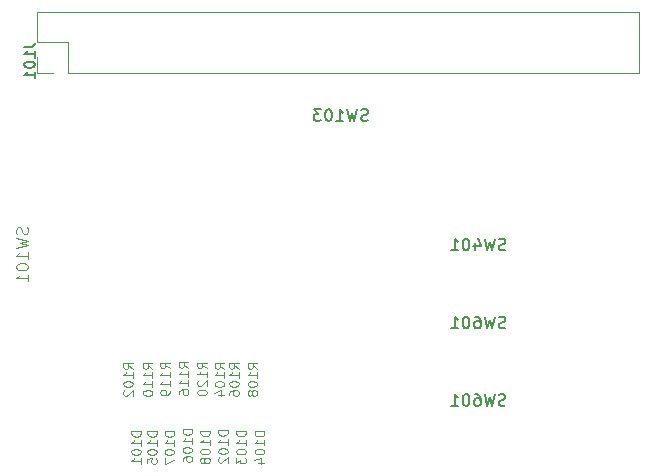
<source format=gbr>
%TF.GenerationSoftware,KiCad,Pcbnew,8.0.0-8.0.0-1~ubuntu22.04.1*%
%TF.CreationDate,2024-03-30T12:30:56+01:00*%
%TF.ProjectId,PAMI_mb,50414d49-5f6d-4622-9e6b-696361645f70,rev?*%
%TF.SameCoordinates,Original*%
%TF.FileFunction,Legend,Bot*%
%TF.FilePolarity,Positive*%
%FSLAX46Y46*%
G04 Gerber Fmt 4.6, Leading zero omitted, Abs format (unit mm)*
G04 Created by KiCad (PCBNEW 8.0.0-8.0.0-1~ubuntu22.04.1) date 2024-03-30 12:30:56*
%MOMM*%
%LPD*%
G01*
G04 APERTURE LIST*
%ADD10C,0.100000*%
%ADD11C,0.150000*%
%ADD12C,0.120000*%
G04 APERTURE END LIST*
D10*
X151195392Y-82897732D02*
X150395392Y-82897732D01*
X150395392Y-82897732D02*
X150395392Y-83088208D01*
X150395392Y-83088208D02*
X150433487Y-83202494D01*
X150433487Y-83202494D02*
X150509677Y-83278684D01*
X150509677Y-83278684D02*
X150585868Y-83316779D01*
X150585868Y-83316779D02*
X150738249Y-83354875D01*
X150738249Y-83354875D02*
X150852535Y-83354875D01*
X150852535Y-83354875D02*
X151004916Y-83316779D01*
X151004916Y-83316779D02*
X151081106Y-83278684D01*
X151081106Y-83278684D02*
X151157297Y-83202494D01*
X151157297Y-83202494D02*
X151195392Y-83088208D01*
X151195392Y-83088208D02*
X151195392Y-82897732D01*
X151195392Y-84116779D02*
X151195392Y-83659636D01*
X151195392Y-83888208D02*
X150395392Y-83888208D01*
X150395392Y-83888208D02*
X150509677Y-83812017D01*
X150509677Y-83812017D02*
X150585868Y-83735827D01*
X150585868Y-83735827D02*
X150623963Y-83659636D01*
X150395392Y-84612018D02*
X150395392Y-84688208D01*
X150395392Y-84688208D02*
X150433487Y-84764399D01*
X150433487Y-84764399D02*
X150471582Y-84802494D01*
X150471582Y-84802494D02*
X150547773Y-84840589D01*
X150547773Y-84840589D02*
X150700154Y-84878684D01*
X150700154Y-84878684D02*
X150890630Y-84878684D01*
X150890630Y-84878684D02*
X151043011Y-84840589D01*
X151043011Y-84840589D02*
X151119201Y-84802494D01*
X151119201Y-84802494D02*
X151157297Y-84764399D01*
X151157297Y-84764399D02*
X151195392Y-84688208D01*
X151195392Y-84688208D02*
X151195392Y-84612018D01*
X151195392Y-84612018D02*
X151157297Y-84535827D01*
X151157297Y-84535827D02*
X151119201Y-84497732D01*
X151119201Y-84497732D02*
X151043011Y-84459637D01*
X151043011Y-84459637D02*
X150890630Y-84421541D01*
X150890630Y-84421541D02*
X150700154Y-84421541D01*
X150700154Y-84421541D02*
X150547773Y-84459637D01*
X150547773Y-84459637D02*
X150471582Y-84497732D01*
X150471582Y-84497732D02*
X150433487Y-84535827D01*
X150433487Y-84535827D02*
X150395392Y-84612018D01*
X150395392Y-85145351D02*
X150395392Y-85640589D01*
X150395392Y-85640589D02*
X150700154Y-85373923D01*
X150700154Y-85373923D02*
X150700154Y-85488208D01*
X150700154Y-85488208D02*
X150738249Y-85564399D01*
X150738249Y-85564399D02*
X150776344Y-85602494D01*
X150776344Y-85602494D02*
X150852535Y-85640589D01*
X150852535Y-85640589D02*
X151043011Y-85640589D01*
X151043011Y-85640589D02*
X151119201Y-85602494D01*
X151119201Y-85602494D02*
X151157297Y-85564399D01*
X151157297Y-85564399D02*
X151195392Y-85488208D01*
X151195392Y-85488208D02*
X151195392Y-85259637D01*
X151195392Y-85259637D02*
X151157297Y-85183446D01*
X151157297Y-85183446D02*
X151119201Y-85145351D01*
X149653703Y-82849928D02*
X148853703Y-82849928D01*
X148853703Y-82849928D02*
X148853703Y-83040404D01*
X148853703Y-83040404D02*
X148891798Y-83154690D01*
X148891798Y-83154690D02*
X148967988Y-83230880D01*
X148967988Y-83230880D02*
X149044179Y-83268975D01*
X149044179Y-83268975D02*
X149196560Y-83307071D01*
X149196560Y-83307071D02*
X149310846Y-83307071D01*
X149310846Y-83307071D02*
X149463227Y-83268975D01*
X149463227Y-83268975D02*
X149539417Y-83230880D01*
X149539417Y-83230880D02*
X149615608Y-83154690D01*
X149615608Y-83154690D02*
X149653703Y-83040404D01*
X149653703Y-83040404D02*
X149653703Y-82849928D01*
X149653703Y-84068975D02*
X149653703Y-83611832D01*
X149653703Y-83840404D02*
X148853703Y-83840404D01*
X148853703Y-83840404D02*
X148967988Y-83764213D01*
X148967988Y-83764213D02*
X149044179Y-83688023D01*
X149044179Y-83688023D02*
X149082274Y-83611832D01*
X148853703Y-84564214D02*
X148853703Y-84640404D01*
X148853703Y-84640404D02*
X148891798Y-84716595D01*
X148891798Y-84716595D02*
X148929893Y-84754690D01*
X148929893Y-84754690D02*
X149006084Y-84792785D01*
X149006084Y-84792785D02*
X149158465Y-84830880D01*
X149158465Y-84830880D02*
X149348941Y-84830880D01*
X149348941Y-84830880D02*
X149501322Y-84792785D01*
X149501322Y-84792785D02*
X149577512Y-84754690D01*
X149577512Y-84754690D02*
X149615608Y-84716595D01*
X149615608Y-84716595D02*
X149653703Y-84640404D01*
X149653703Y-84640404D02*
X149653703Y-84564214D01*
X149653703Y-84564214D02*
X149615608Y-84488023D01*
X149615608Y-84488023D02*
X149577512Y-84449928D01*
X149577512Y-84449928D02*
X149501322Y-84411833D01*
X149501322Y-84411833D02*
X149348941Y-84373737D01*
X149348941Y-84373737D02*
X149158465Y-84373737D01*
X149158465Y-84373737D02*
X149006084Y-84411833D01*
X149006084Y-84411833D02*
X148929893Y-84449928D01*
X148929893Y-84449928D02*
X148891798Y-84488023D01*
X148891798Y-84488023D02*
X148853703Y-84564214D01*
X148929893Y-85135642D02*
X148891798Y-85173738D01*
X148891798Y-85173738D02*
X148853703Y-85249928D01*
X148853703Y-85249928D02*
X148853703Y-85440404D01*
X148853703Y-85440404D02*
X148891798Y-85516595D01*
X148891798Y-85516595D02*
X148929893Y-85554690D01*
X148929893Y-85554690D02*
X149006084Y-85592785D01*
X149006084Y-85592785D02*
X149082274Y-85592785D01*
X149082274Y-85592785D02*
X149196560Y-85554690D01*
X149196560Y-85554690D02*
X149653703Y-85097547D01*
X149653703Y-85097547D02*
X149653703Y-85592785D01*
X142320535Y-82907458D02*
X141520535Y-82907458D01*
X141520535Y-82907458D02*
X141520535Y-83097934D01*
X141520535Y-83097934D02*
X141558630Y-83212220D01*
X141558630Y-83212220D02*
X141634820Y-83288410D01*
X141634820Y-83288410D02*
X141711011Y-83326505D01*
X141711011Y-83326505D02*
X141863392Y-83364601D01*
X141863392Y-83364601D02*
X141977678Y-83364601D01*
X141977678Y-83364601D02*
X142130059Y-83326505D01*
X142130059Y-83326505D02*
X142206249Y-83288410D01*
X142206249Y-83288410D02*
X142282440Y-83212220D01*
X142282440Y-83212220D02*
X142320535Y-83097934D01*
X142320535Y-83097934D02*
X142320535Y-82907458D01*
X142320535Y-84126505D02*
X142320535Y-83669362D01*
X142320535Y-83897934D02*
X141520535Y-83897934D01*
X141520535Y-83897934D02*
X141634820Y-83821743D01*
X141634820Y-83821743D02*
X141711011Y-83745553D01*
X141711011Y-83745553D02*
X141749106Y-83669362D01*
X141520535Y-84621744D02*
X141520535Y-84697934D01*
X141520535Y-84697934D02*
X141558630Y-84774125D01*
X141558630Y-84774125D02*
X141596725Y-84812220D01*
X141596725Y-84812220D02*
X141672916Y-84850315D01*
X141672916Y-84850315D02*
X141825297Y-84888410D01*
X141825297Y-84888410D02*
X142015773Y-84888410D01*
X142015773Y-84888410D02*
X142168154Y-84850315D01*
X142168154Y-84850315D02*
X142244344Y-84812220D01*
X142244344Y-84812220D02*
X142282440Y-84774125D01*
X142282440Y-84774125D02*
X142320535Y-84697934D01*
X142320535Y-84697934D02*
X142320535Y-84621744D01*
X142320535Y-84621744D02*
X142282440Y-84545553D01*
X142282440Y-84545553D02*
X142244344Y-84507458D01*
X142244344Y-84507458D02*
X142168154Y-84469363D01*
X142168154Y-84469363D02*
X142015773Y-84431267D01*
X142015773Y-84431267D02*
X141825297Y-84431267D01*
X141825297Y-84431267D02*
X141672916Y-84469363D01*
X141672916Y-84469363D02*
X141596725Y-84507458D01*
X141596725Y-84507458D02*
X141558630Y-84545553D01*
X141558630Y-84545553D02*
X141520535Y-84621744D01*
X142320535Y-85650315D02*
X142320535Y-85193172D01*
X142320535Y-85421744D02*
X141520535Y-85421744D01*
X141520535Y-85421744D02*
X141634820Y-85345553D01*
X141634820Y-85345553D02*
X141711011Y-85269363D01*
X141711011Y-85269363D02*
X141749106Y-85193172D01*
X149376603Y-77635865D02*
X148995650Y-77369198D01*
X149376603Y-77178722D02*
X148576603Y-77178722D01*
X148576603Y-77178722D02*
X148576603Y-77483484D01*
X148576603Y-77483484D02*
X148614698Y-77559674D01*
X148614698Y-77559674D02*
X148652793Y-77597769D01*
X148652793Y-77597769D02*
X148728984Y-77635865D01*
X148728984Y-77635865D02*
X148843269Y-77635865D01*
X148843269Y-77635865D02*
X148919460Y-77597769D01*
X148919460Y-77597769D02*
X148957555Y-77559674D01*
X148957555Y-77559674D02*
X148995650Y-77483484D01*
X148995650Y-77483484D02*
X148995650Y-77178722D01*
X149376603Y-78397769D02*
X149376603Y-77940626D01*
X149376603Y-78169198D02*
X148576603Y-78169198D01*
X148576603Y-78169198D02*
X148690888Y-78093007D01*
X148690888Y-78093007D02*
X148767079Y-78016817D01*
X148767079Y-78016817D02*
X148805174Y-77940626D01*
X148576603Y-78893008D02*
X148576603Y-78969198D01*
X148576603Y-78969198D02*
X148614698Y-79045389D01*
X148614698Y-79045389D02*
X148652793Y-79083484D01*
X148652793Y-79083484D02*
X148728984Y-79121579D01*
X148728984Y-79121579D02*
X148881365Y-79159674D01*
X148881365Y-79159674D02*
X149071841Y-79159674D01*
X149071841Y-79159674D02*
X149224222Y-79121579D01*
X149224222Y-79121579D02*
X149300412Y-79083484D01*
X149300412Y-79083484D02*
X149338508Y-79045389D01*
X149338508Y-79045389D02*
X149376603Y-78969198D01*
X149376603Y-78969198D02*
X149376603Y-78893008D01*
X149376603Y-78893008D02*
X149338508Y-78816817D01*
X149338508Y-78816817D02*
X149300412Y-78778722D01*
X149300412Y-78778722D02*
X149224222Y-78740627D01*
X149224222Y-78740627D02*
X149071841Y-78702531D01*
X149071841Y-78702531D02*
X148881365Y-78702531D01*
X148881365Y-78702531D02*
X148728984Y-78740627D01*
X148728984Y-78740627D02*
X148652793Y-78778722D01*
X148652793Y-78778722D02*
X148614698Y-78816817D01*
X148614698Y-78816817D02*
X148576603Y-78893008D01*
X148843269Y-79845389D02*
X149376603Y-79845389D01*
X148538508Y-79654913D02*
X149109936Y-79464436D01*
X149109936Y-79464436D02*
X149109936Y-79959675D01*
X152157873Y-77613908D02*
X151776920Y-77347241D01*
X152157873Y-77156765D02*
X151357873Y-77156765D01*
X151357873Y-77156765D02*
X151357873Y-77461527D01*
X151357873Y-77461527D02*
X151395968Y-77537717D01*
X151395968Y-77537717D02*
X151434063Y-77575812D01*
X151434063Y-77575812D02*
X151510254Y-77613908D01*
X151510254Y-77613908D02*
X151624539Y-77613908D01*
X151624539Y-77613908D02*
X151700730Y-77575812D01*
X151700730Y-77575812D02*
X151738825Y-77537717D01*
X151738825Y-77537717D02*
X151776920Y-77461527D01*
X151776920Y-77461527D02*
X151776920Y-77156765D01*
X152157873Y-78375812D02*
X152157873Y-77918669D01*
X152157873Y-78147241D02*
X151357873Y-78147241D01*
X151357873Y-78147241D02*
X151472158Y-78071050D01*
X151472158Y-78071050D02*
X151548349Y-77994860D01*
X151548349Y-77994860D02*
X151586444Y-77918669D01*
X151357873Y-78871051D02*
X151357873Y-78947241D01*
X151357873Y-78947241D02*
X151395968Y-79023432D01*
X151395968Y-79023432D02*
X151434063Y-79061527D01*
X151434063Y-79061527D02*
X151510254Y-79099622D01*
X151510254Y-79099622D02*
X151662635Y-79137717D01*
X151662635Y-79137717D02*
X151853111Y-79137717D01*
X151853111Y-79137717D02*
X152005492Y-79099622D01*
X152005492Y-79099622D02*
X152081682Y-79061527D01*
X152081682Y-79061527D02*
X152119778Y-79023432D01*
X152119778Y-79023432D02*
X152157873Y-78947241D01*
X152157873Y-78947241D02*
X152157873Y-78871051D01*
X152157873Y-78871051D02*
X152119778Y-78794860D01*
X152119778Y-78794860D02*
X152081682Y-78756765D01*
X152081682Y-78756765D02*
X152005492Y-78718670D01*
X152005492Y-78718670D02*
X151853111Y-78680574D01*
X151853111Y-78680574D02*
X151662635Y-78680574D01*
X151662635Y-78680574D02*
X151510254Y-78718670D01*
X151510254Y-78718670D02*
X151434063Y-78756765D01*
X151434063Y-78756765D02*
X151395968Y-78794860D01*
X151395968Y-78794860D02*
X151357873Y-78871051D01*
X151700730Y-79594860D02*
X151662635Y-79518670D01*
X151662635Y-79518670D02*
X151624539Y-79480575D01*
X151624539Y-79480575D02*
X151548349Y-79442479D01*
X151548349Y-79442479D02*
X151510254Y-79442479D01*
X151510254Y-79442479D02*
X151434063Y-79480575D01*
X151434063Y-79480575D02*
X151395968Y-79518670D01*
X151395968Y-79518670D02*
X151357873Y-79594860D01*
X151357873Y-79594860D02*
X151357873Y-79747241D01*
X151357873Y-79747241D02*
X151395968Y-79823432D01*
X151395968Y-79823432D02*
X151434063Y-79861527D01*
X151434063Y-79861527D02*
X151510254Y-79899622D01*
X151510254Y-79899622D02*
X151548349Y-79899622D01*
X151548349Y-79899622D02*
X151624539Y-79861527D01*
X151624539Y-79861527D02*
X151662635Y-79823432D01*
X151662635Y-79823432D02*
X151700730Y-79747241D01*
X151700730Y-79747241D02*
X151700730Y-79594860D01*
X151700730Y-79594860D02*
X151738825Y-79518670D01*
X151738825Y-79518670D02*
X151776920Y-79480575D01*
X151776920Y-79480575D02*
X151853111Y-79442479D01*
X151853111Y-79442479D02*
X152005492Y-79442479D01*
X152005492Y-79442479D02*
X152081682Y-79480575D01*
X152081682Y-79480575D02*
X152119778Y-79518670D01*
X152119778Y-79518670D02*
X152157873Y-79594860D01*
X152157873Y-79594860D02*
X152157873Y-79747241D01*
X152157873Y-79747241D02*
X152119778Y-79823432D01*
X152119778Y-79823432D02*
X152081682Y-79861527D01*
X152081682Y-79861527D02*
X152005492Y-79899622D01*
X152005492Y-79899622D02*
X151853111Y-79899622D01*
X151853111Y-79899622D02*
X151776920Y-79861527D01*
X151776920Y-79861527D02*
X151738825Y-79823432D01*
X151738825Y-79823432D02*
X151700730Y-79747241D01*
X146649812Y-82746119D02*
X145849812Y-82746119D01*
X145849812Y-82746119D02*
X145849812Y-82936595D01*
X145849812Y-82936595D02*
X145887907Y-83050881D01*
X145887907Y-83050881D02*
X145964097Y-83127071D01*
X145964097Y-83127071D02*
X146040288Y-83165166D01*
X146040288Y-83165166D02*
X146192669Y-83203262D01*
X146192669Y-83203262D02*
X146306955Y-83203262D01*
X146306955Y-83203262D02*
X146459336Y-83165166D01*
X146459336Y-83165166D02*
X146535526Y-83127071D01*
X146535526Y-83127071D02*
X146611717Y-83050881D01*
X146611717Y-83050881D02*
X146649812Y-82936595D01*
X146649812Y-82936595D02*
X146649812Y-82746119D01*
X146649812Y-83965166D02*
X146649812Y-83508023D01*
X146649812Y-83736595D02*
X145849812Y-83736595D01*
X145849812Y-83736595D02*
X145964097Y-83660404D01*
X145964097Y-83660404D02*
X146040288Y-83584214D01*
X146040288Y-83584214D02*
X146078383Y-83508023D01*
X145849812Y-84460405D02*
X145849812Y-84536595D01*
X145849812Y-84536595D02*
X145887907Y-84612786D01*
X145887907Y-84612786D02*
X145926002Y-84650881D01*
X145926002Y-84650881D02*
X146002193Y-84688976D01*
X146002193Y-84688976D02*
X146154574Y-84727071D01*
X146154574Y-84727071D02*
X146345050Y-84727071D01*
X146345050Y-84727071D02*
X146497431Y-84688976D01*
X146497431Y-84688976D02*
X146573621Y-84650881D01*
X146573621Y-84650881D02*
X146611717Y-84612786D01*
X146611717Y-84612786D02*
X146649812Y-84536595D01*
X146649812Y-84536595D02*
X146649812Y-84460405D01*
X146649812Y-84460405D02*
X146611717Y-84384214D01*
X146611717Y-84384214D02*
X146573621Y-84346119D01*
X146573621Y-84346119D02*
X146497431Y-84308024D01*
X146497431Y-84308024D02*
X146345050Y-84269928D01*
X146345050Y-84269928D02*
X146154574Y-84269928D01*
X146154574Y-84269928D02*
X146002193Y-84308024D01*
X146002193Y-84308024D02*
X145926002Y-84346119D01*
X145926002Y-84346119D02*
X145887907Y-84384214D01*
X145887907Y-84384214D02*
X145849812Y-84460405D01*
X145849812Y-85412786D02*
X145849812Y-85260405D01*
X145849812Y-85260405D02*
X145887907Y-85184214D01*
X145887907Y-85184214D02*
X145926002Y-85146119D01*
X145926002Y-85146119D02*
X146040288Y-85069929D01*
X146040288Y-85069929D02*
X146192669Y-85031833D01*
X146192669Y-85031833D02*
X146497431Y-85031833D01*
X146497431Y-85031833D02*
X146573621Y-85069929D01*
X146573621Y-85069929D02*
X146611717Y-85108024D01*
X146611717Y-85108024D02*
X146649812Y-85184214D01*
X146649812Y-85184214D02*
X146649812Y-85336595D01*
X146649812Y-85336595D02*
X146611717Y-85412786D01*
X146611717Y-85412786D02*
X146573621Y-85450881D01*
X146573621Y-85450881D02*
X146497431Y-85488976D01*
X146497431Y-85488976D02*
X146306955Y-85488976D01*
X146306955Y-85488976D02*
X146230764Y-85450881D01*
X146230764Y-85450881D02*
X146192669Y-85412786D01*
X146192669Y-85412786D02*
X146154574Y-85336595D01*
X146154574Y-85336595D02*
X146154574Y-85184214D01*
X146154574Y-85184214D02*
X146192669Y-85108024D01*
X146192669Y-85108024D02*
X146230764Y-85069929D01*
X146230764Y-85069929D02*
X146306955Y-85031833D01*
D11*
X161530176Y-56602938D02*
X161387319Y-56650557D01*
X161387319Y-56650557D02*
X161149224Y-56650557D01*
X161149224Y-56650557D02*
X161053986Y-56602938D01*
X161053986Y-56602938D02*
X161006367Y-56555318D01*
X161006367Y-56555318D02*
X160958748Y-56460080D01*
X160958748Y-56460080D02*
X160958748Y-56364842D01*
X160958748Y-56364842D02*
X161006367Y-56269604D01*
X161006367Y-56269604D02*
X161053986Y-56221985D01*
X161053986Y-56221985D02*
X161149224Y-56174366D01*
X161149224Y-56174366D02*
X161339700Y-56126747D01*
X161339700Y-56126747D02*
X161434938Y-56079128D01*
X161434938Y-56079128D02*
X161482557Y-56031509D01*
X161482557Y-56031509D02*
X161530176Y-55936271D01*
X161530176Y-55936271D02*
X161530176Y-55841033D01*
X161530176Y-55841033D02*
X161482557Y-55745795D01*
X161482557Y-55745795D02*
X161434938Y-55698176D01*
X161434938Y-55698176D02*
X161339700Y-55650557D01*
X161339700Y-55650557D02*
X161101605Y-55650557D01*
X161101605Y-55650557D02*
X160958748Y-55698176D01*
X160625414Y-55650557D02*
X160387319Y-56650557D01*
X160387319Y-56650557D02*
X160196843Y-55936271D01*
X160196843Y-55936271D02*
X160006367Y-56650557D01*
X160006367Y-56650557D02*
X159768272Y-55650557D01*
X158863510Y-56650557D02*
X159434938Y-56650557D01*
X159149224Y-56650557D02*
X159149224Y-55650557D01*
X159149224Y-55650557D02*
X159244462Y-55793414D01*
X159244462Y-55793414D02*
X159339700Y-55888652D01*
X159339700Y-55888652D02*
X159434938Y-55936271D01*
X158244462Y-55650557D02*
X158149224Y-55650557D01*
X158149224Y-55650557D02*
X158053986Y-55698176D01*
X158053986Y-55698176D02*
X158006367Y-55745795D01*
X158006367Y-55745795D02*
X157958748Y-55841033D01*
X157958748Y-55841033D02*
X157911129Y-56031509D01*
X157911129Y-56031509D02*
X157911129Y-56269604D01*
X157911129Y-56269604D02*
X157958748Y-56460080D01*
X157958748Y-56460080D02*
X158006367Y-56555318D01*
X158006367Y-56555318D02*
X158053986Y-56602938D01*
X158053986Y-56602938D02*
X158149224Y-56650557D01*
X158149224Y-56650557D02*
X158244462Y-56650557D01*
X158244462Y-56650557D02*
X158339700Y-56602938D01*
X158339700Y-56602938D02*
X158387319Y-56555318D01*
X158387319Y-56555318D02*
X158434938Y-56460080D01*
X158434938Y-56460080D02*
X158482557Y-56269604D01*
X158482557Y-56269604D02*
X158482557Y-56031509D01*
X158482557Y-56031509D02*
X158434938Y-55841033D01*
X158434938Y-55841033D02*
X158387319Y-55745795D01*
X158387319Y-55745795D02*
X158339700Y-55698176D01*
X158339700Y-55698176D02*
X158244462Y-55650557D01*
X157577795Y-55650557D02*
X156958748Y-55650557D01*
X156958748Y-55650557D02*
X157292081Y-56031509D01*
X157292081Y-56031509D02*
X157149224Y-56031509D01*
X157149224Y-56031509D02*
X157053986Y-56079128D01*
X157053986Y-56079128D02*
X157006367Y-56126747D01*
X157006367Y-56126747D02*
X156958748Y-56221985D01*
X156958748Y-56221985D02*
X156958748Y-56460080D01*
X156958748Y-56460080D02*
X157006367Y-56555318D01*
X157006367Y-56555318D02*
X157053986Y-56602938D01*
X157053986Y-56602938D02*
X157149224Y-56650557D01*
X157149224Y-56650557D02*
X157434938Y-56650557D01*
X157434938Y-56650557D02*
X157530176Y-56602938D01*
X157530176Y-56602938D02*
X157577795Y-56555318D01*
D10*
X148159818Y-82861879D02*
X147359818Y-82861879D01*
X147359818Y-82861879D02*
X147359818Y-83052355D01*
X147359818Y-83052355D02*
X147397913Y-83166641D01*
X147397913Y-83166641D02*
X147474103Y-83242831D01*
X147474103Y-83242831D02*
X147550294Y-83280926D01*
X147550294Y-83280926D02*
X147702675Y-83319022D01*
X147702675Y-83319022D02*
X147816961Y-83319022D01*
X147816961Y-83319022D02*
X147969342Y-83280926D01*
X147969342Y-83280926D02*
X148045532Y-83242831D01*
X148045532Y-83242831D02*
X148121723Y-83166641D01*
X148121723Y-83166641D02*
X148159818Y-83052355D01*
X148159818Y-83052355D02*
X148159818Y-82861879D01*
X148159818Y-84080926D02*
X148159818Y-83623783D01*
X148159818Y-83852355D02*
X147359818Y-83852355D01*
X147359818Y-83852355D02*
X147474103Y-83776164D01*
X147474103Y-83776164D02*
X147550294Y-83699974D01*
X147550294Y-83699974D02*
X147588389Y-83623783D01*
X147359818Y-84576165D02*
X147359818Y-84652355D01*
X147359818Y-84652355D02*
X147397913Y-84728546D01*
X147397913Y-84728546D02*
X147436008Y-84766641D01*
X147436008Y-84766641D02*
X147512199Y-84804736D01*
X147512199Y-84804736D02*
X147664580Y-84842831D01*
X147664580Y-84842831D02*
X147855056Y-84842831D01*
X147855056Y-84842831D02*
X148007437Y-84804736D01*
X148007437Y-84804736D02*
X148083627Y-84766641D01*
X148083627Y-84766641D02*
X148121723Y-84728546D01*
X148121723Y-84728546D02*
X148159818Y-84652355D01*
X148159818Y-84652355D02*
X148159818Y-84576165D01*
X148159818Y-84576165D02*
X148121723Y-84499974D01*
X148121723Y-84499974D02*
X148083627Y-84461879D01*
X148083627Y-84461879D02*
X148007437Y-84423784D01*
X148007437Y-84423784D02*
X147855056Y-84385688D01*
X147855056Y-84385688D02*
X147664580Y-84385688D01*
X147664580Y-84385688D02*
X147512199Y-84423784D01*
X147512199Y-84423784D02*
X147436008Y-84461879D01*
X147436008Y-84461879D02*
X147397913Y-84499974D01*
X147397913Y-84499974D02*
X147359818Y-84576165D01*
X147702675Y-85299974D02*
X147664580Y-85223784D01*
X147664580Y-85223784D02*
X147626484Y-85185689D01*
X147626484Y-85185689D02*
X147550294Y-85147593D01*
X147550294Y-85147593D02*
X147512199Y-85147593D01*
X147512199Y-85147593D02*
X147436008Y-85185689D01*
X147436008Y-85185689D02*
X147397913Y-85223784D01*
X147397913Y-85223784D02*
X147359818Y-85299974D01*
X147359818Y-85299974D02*
X147359818Y-85452355D01*
X147359818Y-85452355D02*
X147397913Y-85528546D01*
X147397913Y-85528546D02*
X147436008Y-85566641D01*
X147436008Y-85566641D02*
X147512199Y-85604736D01*
X147512199Y-85604736D02*
X147550294Y-85604736D01*
X147550294Y-85604736D02*
X147626484Y-85566641D01*
X147626484Y-85566641D02*
X147664580Y-85528546D01*
X147664580Y-85528546D02*
X147702675Y-85452355D01*
X147702675Y-85452355D02*
X147702675Y-85299974D01*
X147702675Y-85299974D02*
X147740770Y-85223784D01*
X147740770Y-85223784D02*
X147778865Y-85185689D01*
X147778865Y-85185689D02*
X147855056Y-85147593D01*
X147855056Y-85147593D02*
X148007437Y-85147593D01*
X148007437Y-85147593D02*
X148083627Y-85185689D01*
X148083627Y-85185689D02*
X148121723Y-85223784D01*
X148121723Y-85223784D02*
X148159818Y-85299974D01*
X148159818Y-85299974D02*
X148159818Y-85452355D01*
X148159818Y-85452355D02*
X148121723Y-85528546D01*
X148121723Y-85528546D02*
X148083627Y-85566641D01*
X148083627Y-85566641D02*
X148007437Y-85604736D01*
X148007437Y-85604736D02*
X147855056Y-85604736D01*
X147855056Y-85604736D02*
X147778865Y-85566641D01*
X147778865Y-85566641D02*
X147740770Y-85528546D01*
X147740770Y-85528546D02*
X147702675Y-85452355D01*
X144747459Y-77583984D02*
X144366506Y-77317317D01*
X144747459Y-77126841D02*
X143947459Y-77126841D01*
X143947459Y-77126841D02*
X143947459Y-77431603D01*
X143947459Y-77431603D02*
X143985554Y-77507793D01*
X143985554Y-77507793D02*
X144023649Y-77545888D01*
X144023649Y-77545888D02*
X144099840Y-77583984D01*
X144099840Y-77583984D02*
X144214125Y-77583984D01*
X144214125Y-77583984D02*
X144290316Y-77545888D01*
X144290316Y-77545888D02*
X144328411Y-77507793D01*
X144328411Y-77507793D02*
X144366506Y-77431603D01*
X144366506Y-77431603D02*
X144366506Y-77126841D01*
X144747459Y-78345888D02*
X144747459Y-77888745D01*
X144747459Y-78117317D02*
X143947459Y-78117317D01*
X143947459Y-78117317D02*
X144061744Y-78041126D01*
X144061744Y-78041126D02*
X144137935Y-77964936D01*
X144137935Y-77964936D02*
X144176030Y-77888745D01*
X144747459Y-79107793D02*
X144747459Y-78650650D01*
X144747459Y-78879222D02*
X143947459Y-78879222D01*
X143947459Y-78879222D02*
X144061744Y-78803031D01*
X144061744Y-78803031D02*
X144137935Y-78726841D01*
X144137935Y-78726841D02*
X144176030Y-78650650D01*
X144747459Y-79488746D02*
X144747459Y-79641127D01*
X144747459Y-79641127D02*
X144709364Y-79717317D01*
X144709364Y-79717317D02*
X144671268Y-79755413D01*
X144671268Y-79755413D02*
X144556983Y-79831603D01*
X144556983Y-79831603D02*
X144404602Y-79869698D01*
X144404602Y-79869698D02*
X144099840Y-79869698D01*
X144099840Y-79869698D02*
X144023649Y-79831603D01*
X144023649Y-79831603D02*
X143985554Y-79793508D01*
X143985554Y-79793508D02*
X143947459Y-79717317D01*
X143947459Y-79717317D02*
X143947459Y-79564936D01*
X143947459Y-79564936D02*
X143985554Y-79488746D01*
X143985554Y-79488746D02*
X144023649Y-79450651D01*
X144023649Y-79450651D02*
X144099840Y-79412555D01*
X144099840Y-79412555D02*
X144290316Y-79412555D01*
X144290316Y-79412555D02*
X144366506Y-79450651D01*
X144366506Y-79450651D02*
X144404602Y-79488746D01*
X144404602Y-79488746D02*
X144442697Y-79564936D01*
X144442697Y-79564936D02*
X144442697Y-79717317D01*
X144442697Y-79717317D02*
X144404602Y-79793508D01*
X144404602Y-79793508D02*
X144366506Y-79831603D01*
X144366506Y-79831603D02*
X144290316Y-79869698D01*
X150605468Y-77605417D02*
X150224515Y-77338750D01*
X150605468Y-77148274D02*
X149805468Y-77148274D01*
X149805468Y-77148274D02*
X149805468Y-77453036D01*
X149805468Y-77453036D02*
X149843563Y-77529226D01*
X149843563Y-77529226D02*
X149881658Y-77567321D01*
X149881658Y-77567321D02*
X149957849Y-77605417D01*
X149957849Y-77605417D02*
X150072134Y-77605417D01*
X150072134Y-77605417D02*
X150148325Y-77567321D01*
X150148325Y-77567321D02*
X150186420Y-77529226D01*
X150186420Y-77529226D02*
X150224515Y-77453036D01*
X150224515Y-77453036D02*
X150224515Y-77148274D01*
X150605468Y-78367321D02*
X150605468Y-77910178D01*
X150605468Y-78138750D02*
X149805468Y-78138750D01*
X149805468Y-78138750D02*
X149919753Y-78062559D01*
X149919753Y-78062559D02*
X149995944Y-77986369D01*
X149995944Y-77986369D02*
X150034039Y-77910178D01*
X149805468Y-78862560D02*
X149805468Y-78938750D01*
X149805468Y-78938750D02*
X149843563Y-79014941D01*
X149843563Y-79014941D02*
X149881658Y-79053036D01*
X149881658Y-79053036D02*
X149957849Y-79091131D01*
X149957849Y-79091131D02*
X150110230Y-79129226D01*
X150110230Y-79129226D02*
X150300706Y-79129226D01*
X150300706Y-79129226D02*
X150453087Y-79091131D01*
X150453087Y-79091131D02*
X150529277Y-79053036D01*
X150529277Y-79053036D02*
X150567373Y-79014941D01*
X150567373Y-79014941D02*
X150605468Y-78938750D01*
X150605468Y-78938750D02*
X150605468Y-78862560D01*
X150605468Y-78862560D02*
X150567373Y-78786369D01*
X150567373Y-78786369D02*
X150529277Y-78748274D01*
X150529277Y-78748274D02*
X150453087Y-78710179D01*
X150453087Y-78710179D02*
X150300706Y-78672083D01*
X150300706Y-78672083D02*
X150110230Y-78672083D01*
X150110230Y-78672083D02*
X149957849Y-78710179D01*
X149957849Y-78710179D02*
X149881658Y-78748274D01*
X149881658Y-78748274D02*
X149843563Y-78786369D01*
X149843563Y-78786369D02*
X149805468Y-78862560D01*
X149805468Y-79814941D02*
X149805468Y-79662560D01*
X149805468Y-79662560D02*
X149843563Y-79586369D01*
X149843563Y-79586369D02*
X149881658Y-79548274D01*
X149881658Y-79548274D02*
X149995944Y-79472084D01*
X149995944Y-79472084D02*
X150148325Y-79433988D01*
X150148325Y-79433988D02*
X150453087Y-79433988D01*
X150453087Y-79433988D02*
X150529277Y-79472084D01*
X150529277Y-79472084D02*
X150567373Y-79510179D01*
X150567373Y-79510179D02*
X150605468Y-79586369D01*
X150605468Y-79586369D02*
X150605468Y-79738750D01*
X150605468Y-79738750D02*
X150567373Y-79814941D01*
X150567373Y-79814941D02*
X150529277Y-79853036D01*
X150529277Y-79853036D02*
X150453087Y-79891131D01*
X150453087Y-79891131D02*
X150262611Y-79891131D01*
X150262611Y-79891131D02*
X150186420Y-79853036D01*
X150186420Y-79853036D02*
X150148325Y-79814941D01*
X150148325Y-79814941D02*
X150110230Y-79738750D01*
X150110230Y-79738750D02*
X150110230Y-79586369D01*
X150110230Y-79586369D02*
X150148325Y-79510179D01*
X150148325Y-79510179D02*
X150186420Y-79472084D01*
X150186420Y-79472084D02*
X150262611Y-79433988D01*
X143675939Y-82913294D02*
X142875939Y-82913294D01*
X142875939Y-82913294D02*
X142875939Y-83103770D01*
X142875939Y-83103770D02*
X142914034Y-83218056D01*
X142914034Y-83218056D02*
X142990224Y-83294246D01*
X142990224Y-83294246D02*
X143066415Y-83332341D01*
X143066415Y-83332341D02*
X143218796Y-83370437D01*
X143218796Y-83370437D02*
X143333082Y-83370437D01*
X143333082Y-83370437D02*
X143485463Y-83332341D01*
X143485463Y-83332341D02*
X143561653Y-83294246D01*
X143561653Y-83294246D02*
X143637844Y-83218056D01*
X143637844Y-83218056D02*
X143675939Y-83103770D01*
X143675939Y-83103770D02*
X143675939Y-82913294D01*
X143675939Y-84132341D02*
X143675939Y-83675198D01*
X143675939Y-83903770D02*
X142875939Y-83903770D01*
X142875939Y-83903770D02*
X142990224Y-83827579D01*
X142990224Y-83827579D02*
X143066415Y-83751389D01*
X143066415Y-83751389D02*
X143104510Y-83675198D01*
X142875939Y-84627580D02*
X142875939Y-84703770D01*
X142875939Y-84703770D02*
X142914034Y-84779961D01*
X142914034Y-84779961D02*
X142952129Y-84818056D01*
X142952129Y-84818056D02*
X143028320Y-84856151D01*
X143028320Y-84856151D02*
X143180701Y-84894246D01*
X143180701Y-84894246D02*
X143371177Y-84894246D01*
X143371177Y-84894246D02*
X143523558Y-84856151D01*
X143523558Y-84856151D02*
X143599748Y-84818056D01*
X143599748Y-84818056D02*
X143637844Y-84779961D01*
X143637844Y-84779961D02*
X143675939Y-84703770D01*
X143675939Y-84703770D02*
X143675939Y-84627580D01*
X143675939Y-84627580D02*
X143637844Y-84551389D01*
X143637844Y-84551389D02*
X143599748Y-84513294D01*
X143599748Y-84513294D02*
X143523558Y-84475199D01*
X143523558Y-84475199D02*
X143371177Y-84437103D01*
X143371177Y-84437103D02*
X143180701Y-84437103D01*
X143180701Y-84437103D02*
X143028320Y-84475199D01*
X143028320Y-84475199D02*
X142952129Y-84513294D01*
X142952129Y-84513294D02*
X142914034Y-84551389D01*
X142914034Y-84551389D02*
X142875939Y-84627580D01*
X142875939Y-85618056D02*
X142875939Y-85237104D01*
X142875939Y-85237104D02*
X143256891Y-85199008D01*
X143256891Y-85199008D02*
X143218796Y-85237104D01*
X143218796Y-85237104D02*
X143180701Y-85313294D01*
X143180701Y-85313294D02*
X143180701Y-85503770D01*
X143180701Y-85503770D02*
X143218796Y-85579961D01*
X143218796Y-85579961D02*
X143256891Y-85618056D01*
X143256891Y-85618056D02*
X143333082Y-85656151D01*
X143333082Y-85656151D02*
X143523558Y-85656151D01*
X143523558Y-85656151D02*
X143599748Y-85618056D01*
X143599748Y-85618056D02*
X143637844Y-85579961D01*
X143637844Y-85579961D02*
X143675939Y-85503770D01*
X143675939Y-85503770D02*
X143675939Y-85313294D01*
X143675939Y-85313294D02*
X143637844Y-85237104D01*
X143637844Y-85237104D02*
X143599748Y-85199008D01*
D11*
X173187248Y-80712619D02*
X173044391Y-80760238D01*
X173044391Y-80760238D02*
X172806296Y-80760238D01*
X172806296Y-80760238D02*
X172711058Y-80712619D01*
X172711058Y-80712619D02*
X172663439Y-80664999D01*
X172663439Y-80664999D02*
X172615820Y-80569761D01*
X172615820Y-80569761D02*
X172615820Y-80474523D01*
X172615820Y-80474523D02*
X172663439Y-80379285D01*
X172663439Y-80379285D02*
X172711058Y-80331666D01*
X172711058Y-80331666D02*
X172806296Y-80284047D01*
X172806296Y-80284047D02*
X172996772Y-80236428D01*
X172996772Y-80236428D02*
X173092010Y-80188809D01*
X173092010Y-80188809D02*
X173139629Y-80141190D01*
X173139629Y-80141190D02*
X173187248Y-80045952D01*
X173187248Y-80045952D02*
X173187248Y-79950714D01*
X173187248Y-79950714D02*
X173139629Y-79855476D01*
X173139629Y-79855476D02*
X173092010Y-79807857D01*
X173092010Y-79807857D02*
X172996772Y-79760238D01*
X172996772Y-79760238D02*
X172758677Y-79760238D01*
X172758677Y-79760238D02*
X172615820Y-79807857D01*
X172282486Y-79760238D02*
X172044391Y-80760238D01*
X172044391Y-80760238D02*
X171853915Y-80045952D01*
X171853915Y-80045952D02*
X171663439Y-80760238D01*
X171663439Y-80760238D02*
X171425344Y-79760238D01*
X170615820Y-79760238D02*
X170806296Y-79760238D01*
X170806296Y-79760238D02*
X170901534Y-79807857D01*
X170901534Y-79807857D02*
X170949153Y-79855476D01*
X170949153Y-79855476D02*
X171044391Y-79998333D01*
X171044391Y-79998333D02*
X171092010Y-80188809D01*
X171092010Y-80188809D02*
X171092010Y-80569761D01*
X171092010Y-80569761D02*
X171044391Y-80664999D01*
X171044391Y-80664999D02*
X170996772Y-80712619D01*
X170996772Y-80712619D02*
X170901534Y-80760238D01*
X170901534Y-80760238D02*
X170711058Y-80760238D01*
X170711058Y-80760238D02*
X170615820Y-80712619D01*
X170615820Y-80712619D02*
X170568201Y-80664999D01*
X170568201Y-80664999D02*
X170520582Y-80569761D01*
X170520582Y-80569761D02*
X170520582Y-80331666D01*
X170520582Y-80331666D02*
X170568201Y-80236428D01*
X170568201Y-80236428D02*
X170615820Y-80188809D01*
X170615820Y-80188809D02*
X170711058Y-80141190D01*
X170711058Y-80141190D02*
X170901534Y-80141190D01*
X170901534Y-80141190D02*
X170996772Y-80188809D01*
X170996772Y-80188809D02*
X171044391Y-80236428D01*
X171044391Y-80236428D02*
X171092010Y-80331666D01*
X169901534Y-79760238D02*
X169806296Y-79760238D01*
X169806296Y-79760238D02*
X169711058Y-79807857D01*
X169711058Y-79807857D02*
X169663439Y-79855476D01*
X169663439Y-79855476D02*
X169615820Y-79950714D01*
X169615820Y-79950714D02*
X169568201Y-80141190D01*
X169568201Y-80141190D02*
X169568201Y-80379285D01*
X169568201Y-80379285D02*
X169615820Y-80569761D01*
X169615820Y-80569761D02*
X169663439Y-80664999D01*
X169663439Y-80664999D02*
X169711058Y-80712619D01*
X169711058Y-80712619D02*
X169806296Y-80760238D01*
X169806296Y-80760238D02*
X169901534Y-80760238D01*
X169901534Y-80760238D02*
X169996772Y-80712619D01*
X169996772Y-80712619D02*
X170044391Y-80664999D01*
X170044391Y-80664999D02*
X170092010Y-80569761D01*
X170092010Y-80569761D02*
X170139629Y-80379285D01*
X170139629Y-80379285D02*
X170139629Y-80141190D01*
X170139629Y-80141190D02*
X170092010Y-79950714D01*
X170092010Y-79950714D02*
X170044391Y-79855476D01*
X170044391Y-79855476D02*
X169996772Y-79807857D01*
X169996772Y-79807857D02*
X169901534Y-79760238D01*
X168615820Y-80760238D02*
X169187248Y-80760238D01*
X168901534Y-80760238D02*
X168901534Y-79760238D01*
X168901534Y-79760238D02*
X168996772Y-79903095D01*
X168996772Y-79903095D02*
X169092010Y-79998333D01*
X169092010Y-79998333D02*
X169187248Y-80045952D01*
D10*
X141645829Y-77609831D02*
X141264876Y-77343164D01*
X141645829Y-77152688D02*
X140845829Y-77152688D01*
X140845829Y-77152688D02*
X140845829Y-77457450D01*
X140845829Y-77457450D02*
X140883924Y-77533640D01*
X140883924Y-77533640D02*
X140922019Y-77571735D01*
X140922019Y-77571735D02*
X140998210Y-77609831D01*
X140998210Y-77609831D02*
X141112495Y-77609831D01*
X141112495Y-77609831D02*
X141188686Y-77571735D01*
X141188686Y-77571735D02*
X141226781Y-77533640D01*
X141226781Y-77533640D02*
X141264876Y-77457450D01*
X141264876Y-77457450D02*
X141264876Y-77152688D01*
X141645829Y-78371735D02*
X141645829Y-77914592D01*
X141645829Y-78143164D02*
X140845829Y-78143164D01*
X140845829Y-78143164D02*
X140960114Y-78066973D01*
X140960114Y-78066973D02*
X141036305Y-77990783D01*
X141036305Y-77990783D02*
X141074400Y-77914592D01*
X140845829Y-78866974D02*
X140845829Y-78943164D01*
X140845829Y-78943164D02*
X140883924Y-79019355D01*
X140883924Y-79019355D02*
X140922019Y-79057450D01*
X140922019Y-79057450D02*
X140998210Y-79095545D01*
X140998210Y-79095545D02*
X141150591Y-79133640D01*
X141150591Y-79133640D02*
X141341067Y-79133640D01*
X141341067Y-79133640D02*
X141493448Y-79095545D01*
X141493448Y-79095545D02*
X141569638Y-79057450D01*
X141569638Y-79057450D02*
X141607734Y-79019355D01*
X141607734Y-79019355D02*
X141645829Y-78943164D01*
X141645829Y-78943164D02*
X141645829Y-78866974D01*
X141645829Y-78866974D02*
X141607734Y-78790783D01*
X141607734Y-78790783D02*
X141569638Y-78752688D01*
X141569638Y-78752688D02*
X141493448Y-78714593D01*
X141493448Y-78714593D02*
X141341067Y-78676497D01*
X141341067Y-78676497D02*
X141150591Y-78676497D01*
X141150591Y-78676497D02*
X140998210Y-78714593D01*
X140998210Y-78714593D02*
X140922019Y-78752688D01*
X140922019Y-78752688D02*
X140883924Y-78790783D01*
X140883924Y-78790783D02*
X140845829Y-78866974D01*
X140922019Y-79438402D02*
X140883924Y-79476498D01*
X140883924Y-79476498D02*
X140845829Y-79552688D01*
X140845829Y-79552688D02*
X140845829Y-79743164D01*
X140845829Y-79743164D02*
X140883924Y-79819355D01*
X140883924Y-79819355D02*
X140922019Y-79857450D01*
X140922019Y-79857450D02*
X140998210Y-79895545D01*
X140998210Y-79895545D02*
X141074400Y-79895545D01*
X141074400Y-79895545D02*
X141188686Y-79857450D01*
X141188686Y-79857450D02*
X141645829Y-79400307D01*
X141645829Y-79400307D02*
X141645829Y-79895545D01*
X147894670Y-77576110D02*
X147513717Y-77309443D01*
X147894670Y-77118967D02*
X147094670Y-77118967D01*
X147094670Y-77118967D02*
X147094670Y-77423729D01*
X147094670Y-77423729D02*
X147132765Y-77499919D01*
X147132765Y-77499919D02*
X147170860Y-77538014D01*
X147170860Y-77538014D02*
X147247051Y-77576110D01*
X147247051Y-77576110D02*
X147361336Y-77576110D01*
X147361336Y-77576110D02*
X147437527Y-77538014D01*
X147437527Y-77538014D02*
X147475622Y-77499919D01*
X147475622Y-77499919D02*
X147513717Y-77423729D01*
X147513717Y-77423729D02*
X147513717Y-77118967D01*
X147894670Y-78338014D02*
X147894670Y-77880871D01*
X147894670Y-78109443D02*
X147094670Y-78109443D01*
X147094670Y-78109443D02*
X147208955Y-78033252D01*
X147208955Y-78033252D02*
X147285146Y-77957062D01*
X147285146Y-77957062D02*
X147323241Y-77880871D01*
X147170860Y-78642776D02*
X147132765Y-78680872D01*
X147132765Y-78680872D02*
X147094670Y-78757062D01*
X147094670Y-78757062D02*
X147094670Y-78947538D01*
X147094670Y-78947538D02*
X147132765Y-79023729D01*
X147132765Y-79023729D02*
X147170860Y-79061824D01*
X147170860Y-79061824D02*
X147247051Y-79099919D01*
X147247051Y-79099919D02*
X147323241Y-79099919D01*
X147323241Y-79099919D02*
X147437527Y-79061824D01*
X147437527Y-79061824D02*
X147894670Y-78604681D01*
X147894670Y-78604681D02*
X147894670Y-79099919D01*
X147094670Y-79595158D02*
X147094670Y-79671348D01*
X147094670Y-79671348D02*
X147132765Y-79747539D01*
X147132765Y-79747539D02*
X147170860Y-79785634D01*
X147170860Y-79785634D02*
X147247051Y-79823729D01*
X147247051Y-79823729D02*
X147399432Y-79861824D01*
X147399432Y-79861824D02*
X147589908Y-79861824D01*
X147589908Y-79861824D02*
X147742289Y-79823729D01*
X147742289Y-79823729D02*
X147818479Y-79785634D01*
X147818479Y-79785634D02*
X147856575Y-79747539D01*
X147856575Y-79747539D02*
X147894670Y-79671348D01*
X147894670Y-79671348D02*
X147894670Y-79595158D01*
X147894670Y-79595158D02*
X147856575Y-79518967D01*
X147856575Y-79518967D02*
X147818479Y-79480872D01*
X147818479Y-79480872D02*
X147742289Y-79442777D01*
X147742289Y-79442777D02*
X147589908Y-79404681D01*
X147589908Y-79404681D02*
X147399432Y-79404681D01*
X147399432Y-79404681D02*
X147247051Y-79442777D01*
X147247051Y-79442777D02*
X147170860Y-79480872D01*
X147170860Y-79480872D02*
X147132765Y-79518967D01*
X147132765Y-79518967D02*
X147094670Y-79595158D01*
X143301472Y-77603996D02*
X142920519Y-77337329D01*
X143301472Y-77146853D02*
X142501472Y-77146853D01*
X142501472Y-77146853D02*
X142501472Y-77451615D01*
X142501472Y-77451615D02*
X142539567Y-77527805D01*
X142539567Y-77527805D02*
X142577662Y-77565900D01*
X142577662Y-77565900D02*
X142653853Y-77603996D01*
X142653853Y-77603996D02*
X142768138Y-77603996D01*
X142768138Y-77603996D02*
X142844329Y-77565900D01*
X142844329Y-77565900D02*
X142882424Y-77527805D01*
X142882424Y-77527805D02*
X142920519Y-77451615D01*
X142920519Y-77451615D02*
X142920519Y-77146853D01*
X143301472Y-78365900D02*
X143301472Y-77908757D01*
X143301472Y-78137329D02*
X142501472Y-78137329D01*
X142501472Y-78137329D02*
X142615757Y-78061138D01*
X142615757Y-78061138D02*
X142691948Y-77984948D01*
X142691948Y-77984948D02*
X142730043Y-77908757D01*
X143301472Y-79127805D02*
X143301472Y-78670662D01*
X143301472Y-78899234D02*
X142501472Y-78899234D01*
X142501472Y-78899234D02*
X142615757Y-78823043D01*
X142615757Y-78823043D02*
X142691948Y-78746853D01*
X142691948Y-78746853D02*
X142730043Y-78670662D01*
X142501472Y-79623044D02*
X142501472Y-79699234D01*
X142501472Y-79699234D02*
X142539567Y-79775425D01*
X142539567Y-79775425D02*
X142577662Y-79813520D01*
X142577662Y-79813520D02*
X142653853Y-79851615D01*
X142653853Y-79851615D02*
X142806234Y-79889710D01*
X142806234Y-79889710D02*
X142996710Y-79889710D01*
X142996710Y-79889710D02*
X143149091Y-79851615D01*
X143149091Y-79851615D02*
X143225281Y-79813520D01*
X143225281Y-79813520D02*
X143263377Y-79775425D01*
X143263377Y-79775425D02*
X143301472Y-79699234D01*
X143301472Y-79699234D02*
X143301472Y-79623044D01*
X143301472Y-79623044D02*
X143263377Y-79546853D01*
X143263377Y-79546853D02*
X143225281Y-79508758D01*
X143225281Y-79508758D02*
X143149091Y-79470663D01*
X143149091Y-79470663D02*
X142996710Y-79432567D01*
X142996710Y-79432567D02*
X142806234Y-79432567D01*
X142806234Y-79432567D02*
X142653853Y-79470663D01*
X142653853Y-79470663D02*
X142577662Y-79508758D01*
X142577662Y-79508758D02*
X142539567Y-79546853D01*
X142539567Y-79546853D02*
X142501472Y-79623044D01*
X152760983Y-82897732D02*
X151960983Y-82897732D01*
X151960983Y-82897732D02*
X151960983Y-83088208D01*
X151960983Y-83088208D02*
X151999078Y-83202494D01*
X151999078Y-83202494D02*
X152075268Y-83278684D01*
X152075268Y-83278684D02*
X152151459Y-83316779D01*
X152151459Y-83316779D02*
X152303840Y-83354875D01*
X152303840Y-83354875D02*
X152418126Y-83354875D01*
X152418126Y-83354875D02*
X152570507Y-83316779D01*
X152570507Y-83316779D02*
X152646697Y-83278684D01*
X152646697Y-83278684D02*
X152722888Y-83202494D01*
X152722888Y-83202494D02*
X152760983Y-83088208D01*
X152760983Y-83088208D02*
X152760983Y-82897732D01*
X152760983Y-84116779D02*
X152760983Y-83659636D01*
X152760983Y-83888208D02*
X151960983Y-83888208D01*
X151960983Y-83888208D02*
X152075268Y-83812017D01*
X152075268Y-83812017D02*
X152151459Y-83735827D01*
X152151459Y-83735827D02*
X152189554Y-83659636D01*
X151960983Y-84612018D02*
X151960983Y-84688208D01*
X151960983Y-84688208D02*
X151999078Y-84764399D01*
X151999078Y-84764399D02*
X152037173Y-84802494D01*
X152037173Y-84802494D02*
X152113364Y-84840589D01*
X152113364Y-84840589D02*
X152265745Y-84878684D01*
X152265745Y-84878684D02*
X152456221Y-84878684D01*
X152456221Y-84878684D02*
X152608602Y-84840589D01*
X152608602Y-84840589D02*
X152684792Y-84802494D01*
X152684792Y-84802494D02*
X152722888Y-84764399D01*
X152722888Y-84764399D02*
X152760983Y-84688208D01*
X152760983Y-84688208D02*
X152760983Y-84612018D01*
X152760983Y-84612018D02*
X152722888Y-84535827D01*
X152722888Y-84535827D02*
X152684792Y-84497732D01*
X152684792Y-84497732D02*
X152608602Y-84459637D01*
X152608602Y-84459637D02*
X152456221Y-84421541D01*
X152456221Y-84421541D02*
X152265745Y-84421541D01*
X152265745Y-84421541D02*
X152113364Y-84459637D01*
X152113364Y-84459637D02*
X152037173Y-84497732D01*
X152037173Y-84497732D02*
X151999078Y-84535827D01*
X151999078Y-84535827D02*
X151960983Y-84612018D01*
X152227649Y-85564399D02*
X152760983Y-85564399D01*
X151922888Y-85373923D02*
X152494316Y-85183446D01*
X152494316Y-85183446D02*
X152494316Y-85678685D01*
X145126190Y-82913574D02*
X144326190Y-82913574D01*
X144326190Y-82913574D02*
X144326190Y-83104050D01*
X144326190Y-83104050D02*
X144364285Y-83218336D01*
X144364285Y-83218336D02*
X144440475Y-83294526D01*
X144440475Y-83294526D02*
X144516666Y-83332621D01*
X144516666Y-83332621D02*
X144669047Y-83370717D01*
X144669047Y-83370717D02*
X144783333Y-83370717D01*
X144783333Y-83370717D02*
X144935714Y-83332621D01*
X144935714Y-83332621D02*
X145011904Y-83294526D01*
X145011904Y-83294526D02*
X145088095Y-83218336D01*
X145088095Y-83218336D02*
X145126190Y-83104050D01*
X145126190Y-83104050D02*
X145126190Y-82913574D01*
X145126190Y-84132621D02*
X145126190Y-83675478D01*
X145126190Y-83904050D02*
X144326190Y-83904050D01*
X144326190Y-83904050D02*
X144440475Y-83827859D01*
X144440475Y-83827859D02*
X144516666Y-83751669D01*
X144516666Y-83751669D02*
X144554761Y-83675478D01*
X144326190Y-84627860D02*
X144326190Y-84704050D01*
X144326190Y-84704050D02*
X144364285Y-84780241D01*
X144364285Y-84780241D02*
X144402380Y-84818336D01*
X144402380Y-84818336D02*
X144478571Y-84856431D01*
X144478571Y-84856431D02*
X144630952Y-84894526D01*
X144630952Y-84894526D02*
X144821428Y-84894526D01*
X144821428Y-84894526D02*
X144973809Y-84856431D01*
X144973809Y-84856431D02*
X145049999Y-84818336D01*
X145049999Y-84818336D02*
X145088095Y-84780241D01*
X145088095Y-84780241D02*
X145126190Y-84704050D01*
X145126190Y-84704050D02*
X145126190Y-84627860D01*
X145126190Y-84627860D02*
X145088095Y-84551669D01*
X145088095Y-84551669D02*
X145049999Y-84513574D01*
X145049999Y-84513574D02*
X144973809Y-84475479D01*
X144973809Y-84475479D02*
X144821428Y-84437383D01*
X144821428Y-84437383D02*
X144630952Y-84437383D01*
X144630952Y-84437383D02*
X144478571Y-84475479D01*
X144478571Y-84475479D02*
X144402380Y-84513574D01*
X144402380Y-84513574D02*
X144364285Y-84551669D01*
X144364285Y-84551669D02*
X144326190Y-84627860D01*
X144326190Y-85161193D02*
X144326190Y-85694527D01*
X144326190Y-85694527D02*
X145126190Y-85351669D01*
X146344752Y-77544913D02*
X145963799Y-77278246D01*
X146344752Y-77087770D02*
X145544752Y-77087770D01*
X145544752Y-77087770D02*
X145544752Y-77392532D01*
X145544752Y-77392532D02*
X145582847Y-77468722D01*
X145582847Y-77468722D02*
X145620942Y-77506817D01*
X145620942Y-77506817D02*
X145697133Y-77544913D01*
X145697133Y-77544913D02*
X145811418Y-77544913D01*
X145811418Y-77544913D02*
X145887609Y-77506817D01*
X145887609Y-77506817D02*
X145925704Y-77468722D01*
X145925704Y-77468722D02*
X145963799Y-77392532D01*
X145963799Y-77392532D02*
X145963799Y-77087770D01*
X146344752Y-78306817D02*
X146344752Y-77849674D01*
X146344752Y-78078246D02*
X145544752Y-78078246D01*
X145544752Y-78078246D02*
X145659037Y-78002055D01*
X145659037Y-78002055D02*
X145735228Y-77925865D01*
X145735228Y-77925865D02*
X145773323Y-77849674D01*
X146344752Y-79068722D02*
X146344752Y-78611579D01*
X146344752Y-78840151D02*
X145544752Y-78840151D01*
X145544752Y-78840151D02*
X145659037Y-78763960D01*
X145659037Y-78763960D02*
X145735228Y-78687770D01*
X145735228Y-78687770D02*
X145773323Y-78611579D01*
X145544752Y-79754437D02*
X145544752Y-79602056D01*
X145544752Y-79602056D02*
X145582847Y-79525865D01*
X145582847Y-79525865D02*
X145620942Y-79487770D01*
X145620942Y-79487770D02*
X145735228Y-79411580D01*
X145735228Y-79411580D02*
X145887609Y-79373484D01*
X145887609Y-79373484D02*
X146192371Y-79373484D01*
X146192371Y-79373484D02*
X146268561Y-79411580D01*
X146268561Y-79411580D02*
X146306657Y-79449675D01*
X146306657Y-79449675D02*
X146344752Y-79525865D01*
X146344752Y-79525865D02*
X146344752Y-79678246D01*
X146344752Y-79678246D02*
X146306657Y-79754437D01*
X146306657Y-79754437D02*
X146268561Y-79792532D01*
X146268561Y-79792532D02*
X146192371Y-79830627D01*
X146192371Y-79830627D02*
X146001895Y-79830627D01*
X146001895Y-79830627D02*
X145925704Y-79792532D01*
X145925704Y-79792532D02*
X145887609Y-79754437D01*
X145887609Y-79754437D02*
X145849514Y-79678246D01*
X145849514Y-79678246D02*
X145849514Y-79525865D01*
X145849514Y-79525865D02*
X145887609Y-79449675D01*
X145887609Y-79449675D02*
X145925704Y-79411580D01*
X145925704Y-79411580D02*
X146001895Y-79373484D01*
D11*
X173185713Y-74157200D02*
X173042856Y-74204819D01*
X173042856Y-74204819D02*
X172804761Y-74204819D01*
X172804761Y-74204819D02*
X172709523Y-74157200D01*
X172709523Y-74157200D02*
X172661904Y-74109580D01*
X172661904Y-74109580D02*
X172614285Y-74014342D01*
X172614285Y-74014342D02*
X172614285Y-73919104D01*
X172614285Y-73919104D02*
X172661904Y-73823866D01*
X172661904Y-73823866D02*
X172709523Y-73776247D01*
X172709523Y-73776247D02*
X172804761Y-73728628D01*
X172804761Y-73728628D02*
X172995237Y-73681009D01*
X172995237Y-73681009D02*
X173090475Y-73633390D01*
X173090475Y-73633390D02*
X173138094Y-73585771D01*
X173138094Y-73585771D02*
X173185713Y-73490533D01*
X173185713Y-73490533D02*
X173185713Y-73395295D01*
X173185713Y-73395295D02*
X173138094Y-73300057D01*
X173138094Y-73300057D02*
X173090475Y-73252438D01*
X173090475Y-73252438D02*
X172995237Y-73204819D01*
X172995237Y-73204819D02*
X172757142Y-73204819D01*
X172757142Y-73204819D02*
X172614285Y-73252438D01*
X172280951Y-73204819D02*
X172042856Y-74204819D01*
X172042856Y-74204819D02*
X171852380Y-73490533D01*
X171852380Y-73490533D02*
X171661904Y-74204819D01*
X171661904Y-74204819D02*
X171423809Y-73204819D01*
X170614285Y-73204819D02*
X170804761Y-73204819D01*
X170804761Y-73204819D02*
X170899999Y-73252438D01*
X170899999Y-73252438D02*
X170947618Y-73300057D01*
X170947618Y-73300057D02*
X171042856Y-73442914D01*
X171042856Y-73442914D02*
X171090475Y-73633390D01*
X171090475Y-73633390D02*
X171090475Y-74014342D01*
X171090475Y-74014342D02*
X171042856Y-74109580D01*
X171042856Y-74109580D02*
X170995237Y-74157200D01*
X170995237Y-74157200D02*
X170899999Y-74204819D01*
X170899999Y-74204819D02*
X170709523Y-74204819D01*
X170709523Y-74204819D02*
X170614285Y-74157200D01*
X170614285Y-74157200D02*
X170566666Y-74109580D01*
X170566666Y-74109580D02*
X170519047Y-74014342D01*
X170519047Y-74014342D02*
X170519047Y-73776247D01*
X170519047Y-73776247D02*
X170566666Y-73681009D01*
X170566666Y-73681009D02*
X170614285Y-73633390D01*
X170614285Y-73633390D02*
X170709523Y-73585771D01*
X170709523Y-73585771D02*
X170899999Y-73585771D01*
X170899999Y-73585771D02*
X170995237Y-73633390D01*
X170995237Y-73633390D02*
X171042856Y-73681009D01*
X171042856Y-73681009D02*
X171090475Y-73776247D01*
X169899999Y-73204819D02*
X169804761Y-73204819D01*
X169804761Y-73204819D02*
X169709523Y-73252438D01*
X169709523Y-73252438D02*
X169661904Y-73300057D01*
X169661904Y-73300057D02*
X169614285Y-73395295D01*
X169614285Y-73395295D02*
X169566666Y-73585771D01*
X169566666Y-73585771D02*
X169566666Y-73823866D01*
X169566666Y-73823866D02*
X169614285Y-74014342D01*
X169614285Y-74014342D02*
X169661904Y-74109580D01*
X169661904Y-74109580D02*
X169709523Y-74157200D01*
X169709523Y-74157200D02*
X169804761Y-74204819D01*
X169804761Y-74204819D02*
X169899999Y-74204819D01*
X169899999Y-74204819D02*
X169995237Y-74157200D01*
X169995237Y-74157200D02*
X170042856Y-74109580D01*
X170042856Y-74109580D02*
X170090475Y-74014342D01*
X170090475Y-74014342D02*
X170138094Y-73823866D01*
X170138094Y-73823866D02*
X170138094Y-73585771D01*
X170138094Y-73585771D02*
X170090475Y-73395295D01*
X170090475Y-73395295D02*
X170042856Y-73300057D01*
X170042856Y-73300057D02*
X169995237Y-73252438D01*
X169995237Y-73252438D02*
X169899999Y-73204819D01*
X168614285Y-74204819D02*
X169185713Y-74204819D01*
X168899999Y-74204819D02*
X168899999Y-73204819D01*
X168899999Y-73204819D02*
X168995237Y-73347676D01*
X168995237Y-73347676D02*
X169090475Y-73442914D01*
X169090475Y-73442914D02*
X169185713Y-73490533D01*
X173185713Y-67557200D02*
X173042856Y-67604819D01*
X173042856Y-67604819D02*
X172804761Y-67604819D01*
X172804761Y-67604819D02*
X172709523Y-67557200D01*
X172709523Y-67557200D02*
X172661904Y-67509580D01*
X172661904Y-67509580D02*
X172614285Y-67414342D01*
X172614285Y-67414342D02*
X172614285Y-67319104D01*
X172614285Y-67319104D02*
X172661904Y-67223866D01*
X172661904Y-67223866D02*
X172709523Y-67176247D01*
X172709523Y-67176247D02*
X172804761Y-67128628D01*
X172804761Y-67128628D02*
X172995237Y-67081009D01*
X172995237Y-67081009D02*
X173090475Y-67033390D01*
X173090475Y-67033390D02*
X173138094Y-66985771D01*
X173138094Y-66985771D02*
X173185713Y-66890533D01*
X173185713Y-66890533D02*
X173185713Y-66795295D01*
X173185713Y-66795295D02*
X173138094Y-66700057D01*
X173138094Y-66700057D02*
X173090475Y-66652438D01*
X173090475Y-66652438D02*
X172995237Y-66604819D01*
X172995237Y-66604819D02*
X172757142Y-66604819D01*
X172757142Y-66604819D02*
X172614285Y-66652438D01*
X172280951Y-66604819D02*
X172042856Y-67604819D01*
X172042856Y-67604819D02*
X171852380Y-66890533D01*
X171852380Y-66890533D02*
X171661904Y-67604819D01*
X171661904Y-67604819D02*
X171423809Y-66604819D01*
X170614285Y-66938152D02*
X170614285Y-67604819D01*
X170852380Y-66557200D02*
X171090475Y-67271485D01*
X171090475Y-67271485D02*
X170471428Y-67271485D01*
X169899999Y-66604819D02*
X169804761Y-66604819D01*
X169804761Y-66604819D02*
X169709523Y-66652438D01*
X169709523Y-66652438D02*
X169661904Y-66700057D01*
X169661904Y-66700057D02*
X169614285Y-66795295D01*
X169614285Y-66795295D02*
X169566666Y-66985771D01*
X169566666Y-66985771D02*
X169566666Y-67223866D01*
X169566666Y-67223866D02*
X169614285Y-67414342D01*
X169614285Y-67414342D02*
X169661904Y-67509580D01*
X169661904Y-67509580D02*
X169709523Y-67557200D01*
X169709523Y-67557200D02*
X169804761Y-67604819D01*
X169804761Y-67604819D02*
X169899999Y-67604819D01*
X169899999Y-67604819D02*
X169995237Y-67557200D01*
X169995237Y-67557200D02*
X170042856Y-67509580D01*
X170042856Y-67509580D02*
X170090475Y-67414342D01*
X170090475Y-67414342D02*
X170138094Y-67223866D01*
X170138094Y-67223866D02*
X170138094Y-66985771D01*
X170138094Y-66985771D02*
X170090475Y-66795295D01*
X170090475Y-66795295D02*
X170042856Y-66700057D01*
X170042856Y-66700057D02*
X169995237Y-66652438D01*
X169995237Y-66652438D02*
X169899999Y-66604819D01*
X168614285Y-67604819D02*
X169185713Y-67604819D01*
X168899999Y-67604819D02*
X168899999Y-66604819D01*
X168899999Y-66604819D02*
X168995237Y-66747676D01*
X168995237Y-66747676D02*
X169090475Y-66842914D01*
X169090475Y-66842914D02*
X169185713Y-66890533D01*
D10*
X132713460Y-65665004D02*
X132761079Y-65807861D01*
X132761079Y-65807861D02*
X132761079Y-66045956D01*
X132761079Y-66045956D02*
X132713460Y-66141194D01*
X132713460Y-66141194D02*
X132665840Y-66188813D01*
X132665840Y-66188813D02*
X132570602Y-66236432D01*
X132570602Y-66236432D02*
X132475364Y-66236432D01*
X132475364Y-66236432D02*
X132380126Y-66188813D01*
X132380126Y-66188813D02*
X132332507Y-66141194D01*
X132332507Y-66141194D02*
X132284888Y-66045956D01*
X132284888Y-66045956D02*
X132237269Y-65855480D01*
X132237269Y-65855480D02*
X132189650Y-65760242D01*
X132189650Y-65760242D02*
X132142031Y-65712623D01*
X132142031Y-65712623D02*
X132046793Y-65665004D01*
X132046793Y-65665004D02*
X131951555Y-65665004D01*
X131951555Y-65665004D02*
X131856317Y-65712623D01*
X131856317Y-65712623D02*
X131808698Y-65760242D01*
X131808698Y-65760242D02*
X131761079Y-65855480D01*
X131761079Y-65855480D02*
X131761079Y-66093575D01*
X131761079Y-66093575D02*
X131808698Y-66236432D01*
X131761079Y-66569766D02*
X132761079Y-66807861D01*
X132761079Y-66807861D02*
X132046793Y-66998337D01*
X132046793Y-66998337D02*
X132761079Y-67188813D01*
X132761079Y-67188813D02*
X131761079Y-67426909D01*
X132761079Y-68331670D02*
X132761079Y-67760242D01*
X132761079Y-68045956D02*
X131761079Y-68045956D01*
X131761079Y-68045956D02*
X131903936Y-67950718D01*
X131903936Y-67950718D02*
X131999174Y-67855480D01*
X131999174Y-67855480D02*
X132046793Y-67760242D01*
X131761079Y-68950718D02*
X131761079Y-69045956D01*
X131761079Y-69045956D02*
X131808698Y-69141194D01*
X131808698Y-69141194D02*
X131856317Y-69188813D01*
X131856317Y-69188813D02*
X131951555Y-69236432D01*
X131951555Y-69236432D02*
X132142031Y-69284051D01*
X132142031Y-69284051D02*
X132380126Y-69284051D01*
X132380126Y-69284051D02*
X132570602Y-69236432D01*
X132570602Y-69236432D02*
X132665840Y-69188813D01*
X132665840Y-69188813D02*
X132713460Y-69141194D01*
X132713460Y-69141194D02*
X132761079Y-69045956D01*
X132761079Y-69045956D02*
X132761079Y-68950718D01*
X132761079Y-68950718D02*
X132713460Y-68855480D01*
X132713460Y-68855480D02*
X132665840Y-68807861D01*
X132665840Y-68807861D02*
X132570602Y-68760242D01*
X132570602Y-68760242D02*
X132380126Y-68712623D01*
X132380126Y-68712623D02*
X132142031Y-68712623D01*
X132142031Y-68712623D02*
X131951555Y-68760242D01*
X131951555Y-68760242D02*
X131856317Y-68807861D01*
X131856317Y-68807861D02*
X131808698Y-68855480D01*
X131808698Y-68855480D02*
X131761079Y-68950718D01*
X132761079Y-70236432D02*
X132761079Y-69665004D01*
X132761079Y-69950718D02*
X131761079Y-69950718D01*
X131761079Y-69950718D02*
X131903936Y-69855480D01*
X131903936Y-69855480D02*
X131999174Y-69760242D01*
X131999174Y-69760242D02*
X132046793Y-69665004D01*
D11*
X132435878Y-50374618D02*
X133078735Y-50374618D01*
X133078735Y-50374618D02*
X133207306Y-50331761D01*
X133207306Y-50331761D02*
X133293021Y-50246047D01*
X133293021Y-50246047D02*
X133335878Y-50117475D01*
X133335878Y-50117475D02*
X133335878Y-50031761D01*
X133335878Y-51274618D02*
X133335878Y-50760332D01*
X133335878Y-51017475D02*
X132435878Y-51017475D01*
X132435878Y-51017475D02*
X132564449Y-50931761D01*
X132564449Y-50931761D02*
X132650163Y-50846046D01*
X132650163Y-50846046D02*
X132693021Y-50760332D01*
X132435878Y-51831761D02*
X132435878Y-51917475D01*
X132435878Y-51917475D02*
X132478735Y-52003189D01*
X132478735Y-52003189D02*
X132521592Y-52046047D01*
X132521592Y-52046047D02*
X132607306Y-52088904D01*
X132607306Y-52088904D02*
X132778735Y-52131761D01*
X132778735Y-52131761D02*
X132993021Y-52131761D01*
X132993021Y-52131761D02*
X133164449Y-52088904D01*
X133164449Y-52088904D02*
X133250163Y-52046047D01*
X133250163Y-52046047D02*
X133293021Y-52003189D01*
X133293021Y-52003189D02*
X133335878Y-51917475D01*
X133335878Y-51917475D02*
X133335878Y-51831761D01*
X133335878Y-51831761D02*
X133293021Y-51746047D01*
X133293021Y-51746047D02*
X133250163Y-51703189D01*
X133250163Y-51703189D02*
X133164449Y-51660332D01*
X133164449Y-51660332D02*
X132993021Y-51617475D01*
X132993021Y-51617475D02*
X132778735Y-51617475D01*
X132778735Y-51617475D02*
X132607306Y-51660332D01*
X132607306Y-51660332D02*
X132521592Y-51703189D01*
X132521592Y-51703189D02*
X132478735Y-51746047D01*
X132478735Y-51746047D02*
X132435878Y-51831761D01*
X133335878Y-52988904D02*
X133335878Y-52474618D01*
X133335878Y-52731761D02*
X132435878Y-52731761D01*
X132435878Y-52731761D02*
X132564449Y-52646047D01*
X132564449Y-52646047D02*
X132650163Y-52560332D01*
X132650163Y-52560332D02*
X132693021Y-52474618D01*
D12*
%TO.C,J101*%
X133540000Y-47400000D02*
X133540000Y-50000000D01*
X133540000Y-47400000D02*
X184460000Y-47400000D01*
X133540000Y-50000000D02*
X136140000Y-50000000D01*
X133540000Y-51270000D02*
X133540000Y-52600000D01*
X133540000Y-52600000D02*
X134870000Y-52600000D01*
X136140000Y-50000000D02*
X136140000Y-52600000D01*
X136140000Y-52600000D02*
X184460000Y-52600000D01*
X184460000Y-47400000D02*
X184460000Y-52600000D01*
%TD*%
M02*

</source>
